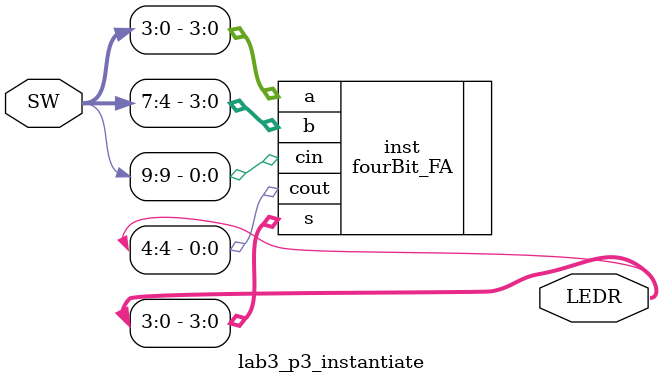
<source format=v>
module lab3_p3_instantiate(SW,LEDR);

	input[9:0] SW;
	output [9:0] LEDR;
	
	//instantiate and connect fourBit_FA
	/*
		A is the first 4 switches
		B is the next 4
		The entire sum is leds 0-4 (because cout is the fifth bit)
	*/
	fourBit_FA inst(.a(SW[3:0]),.b(SW[7:4]),.cin(SW[9]),.cout(LEDR[4]),.s(LEDR[3:0]));
	
	
endmodule
</source>
